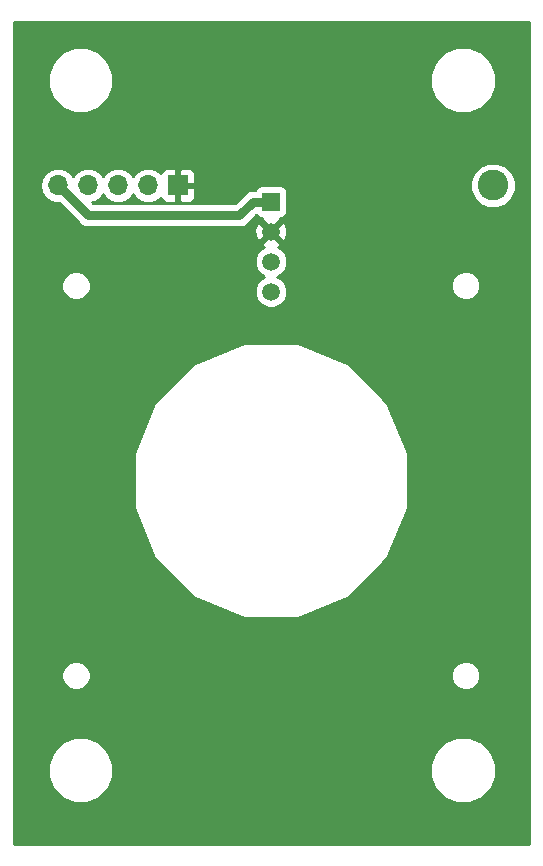
<source format=gbr>
G04 #@! TF.GenerationSoftware,KiCad,Pcbnew,(5.0.2)-1*
G04 #@! TF.CreationDate,2019-05-20T19:12:17+02:00*
G04 #@! TF.ProjectId,Carte capteurs 2,43617274-6520-4636-9170-746575727320,rev?*
G04 #@! TF.SameCoordinates,Original*
G04 #@! TF.FileFunction,Copper,L2,Bot*
G04 #@! TF.FilePolarity,Positive*
%FSLAX46Y46*%
G04 Gerber Fmt 4.6, Leading zero omitted, Abs format (unit mm)*
G04 Created by KiCad (PCBNEW (5.0.2)-1) date 20/05/2019 19:12:17*
%MOMM*%
%LPD*%
G01*
G04 APERTURE LIST*
G04 #@! TA.AperFunction,ComponentPad*
%ADD10C,2.600000*%
G04 #@! TD*
G04 #@! TA.AperFunction,ComponentPad*
%ADD11R,1.700000X1.700000*%
G04 #@! TD*
G04 #@! TA.AperFunction,ComponentPad*
%ADD12O,1.700000X1.700000*%
G04 #@! TD*
G04 #@! TA.AperFunction,ComponentPad*
%ADD13C,1.500000*%
G04 #@! TD*
G04 #@! TA.AperFunction,ComponentPad*
%ADD14R,1.500000X1.500000*%
G04 #@! TD*
G04 #@! TA.AperFunction,Conductor*
%ADD15C,0.750000*%
G04 #@! TD*
G04 #@! TA.AperFunction,Conductor*
%ADD16C,0.254000*%
G04 #@! TD*
G04 APERTURE END LIST*
D10*
G04 #@! TO.P,J0,1*
G04 #@! TO.N,Net-(J0-Pad1)*
X72390000Y-39370000D03*
G04 #@! TD*
D11*
G04 #@! TO.P,J1,1*
G04 #@! TO.N,GND*
X45720000Y-39370000D03*
D12*
G04 #@! TO.P,J1,2*
G04 #@! TO.N,VCurrentRef*
X43180000Y-39370000D03*
G04 #@! TO.P,J1,3*
G04 #@! TO.N,VCurrentProbe*
X40640000Y-39370000D03*
G04 #@! TO.P,J1,4*
G04 #@! TO.N,VProbeOut*
X38100000Y-39370000D03*
G04 #@! TO.P,J1,5*
G04 #@! TO.N,+5V*
X35560000Y-39370000D03*
G04 #@! TD*
D13*
G04 #@! TO.P,U1,4*
G04 #@! TO.N,VCurrentRef*
X53595001Y-48365001D03*
G04 #@! TO.P,U1,3*
G04 #@! TO.N,Net-(C3-Pad1)*
X53595001Y-45825001D03*
G04 #@! TO.P,U1,2*
G04 #@! TO.N,GND*
X53595001Y-43285001D03*
D14*
G04 #@! TO.P,U1,1*
G04 #@! TO.N,+5V*
X53595001Y-40745001D03*
G04 #@! TD*
D15*
G04 #@! TO.N,+5V*
X52095001Y-40745001D02*
X53595001Y-40745001D01*
X50930002Y-41910000D02*
X52095001Y-40745001D01*
X38100000Y-41910000D02*
X50930002Y-41910000D01*
X35560000Y-39370000D02*
X38100000Y-41910000D01*
G04 #@! TD*
D16*
G04 #@! TO.N,GND*
G36*
X75438000Y-95123000D02*
X31877000Y-95123000D01*
X31877000Y-88346029D01*
X34680000Y-88346029D01*
X34680000Y-89453971D01*
X35103991Y-90477576D01*
X35887424Y-91261009D01*
X36911029Y-91685000D01*
X38018971Y-91685000D01*
X39042576Y-91261009D01*
X39826009Y-90477576D01*
X40250000Y-89453971D01*
X40250000Y-88346029D01*
X67065000Y-88346029D01*
X67065000Y-89453971D01*
X67488991Y-90477576D01*
X68272424Y-91261009D01*
X69296029Y-91685000D01*
X70403971Y-91685000D01*
X71427576Y-91261009D01*
X72211009Y-90477576D01*
X72635000Y-89453971D01*
X72635000Y-88346029D01*
X72211009Y-87322424D01*
X71427576Y-86538991D01*
X70403971Y-86115000D01*
X69296029Y-86115000D01*
X68272424Y-86538991D01*
X67488991Y-87322424D01*
X67065000Y-88346029D01*
X40250000Y-88346029D01*
X39826009Y-87322424D01*
X39042576Y-86538991D01*
X38018971Y-86115000D01*
X36911029Y-86115000D01*
X35887424Y-86538991D01*
X35103991Y-87322424D01*
X34680000Y-88346029D01*
X31877000Y-88346029D01*
X31877000Y-80619344D01*
X35860001Y-80619344D01*
X35860001Y-81110658D01*
X36048019Y-81564572D01*
X36395430Y-81911983D01*
X36849344Y-82100001D01*
X37340658Y-82100001D01*
X37794572Y-81911983D01*
X38141983Y-81564572D01*
X38330001Y-81110658D01*
X38330001Y-80619344D01*
X68860001Y-80619344D01*
X68860001Y-81110658D01*
X69048019Y-81564572D01*
X69395430Y-81911983D01*
X69849344Y-82100001D01*
X70340658Y-82100001D01*
X70794572Y-81911983D01*
X71141983Y-81564572D01*
X71330001Y-81110658D01*
X71330001Y-80619344D01*
X71141983Y-80165430D01*
X70794572Y-79818019D01*
X70340658Y-79630001D01*
X69849344Y-79630001D01*
X69395430Y-79818019D01*
X69048019Y-80165430D01*
X68860001Y-80619344D01*
X38330001Y-80619344D01*
X38141983Y-80165430D01*
X37794572Y-79818019D01*
X37340658Y-79630001D01*
X36849344Y-79630001D01*
X36395430Y-79818019D01*
X36048019Y-80165430D01*
X35860001Y-80619344D01*
X31877000Y-80619344D01*
X31877000Y-62050656D01*
X41960001Y-62050656D01*
X41960001Y-66679346D01*
X43731324Y-70955699D01*
X47004303Y-74228678D01*
X51280656Y-76000001D01*
X55909346Y-76000001D01*
X60185699Y-74228678D01*
X63458678Y-70955699D01*
X65230001Y-66679346D01*
X65230001Y-62050656D01*
X63458678Y-57774303D01*
X60185699Y-54501324D01*
X55909346Y-52730001D01*
X51280656Y-52730001D01*
X47004303Y-54501324D01*
X43731324Y-57774303D01*
X41960001Y-62050656D01*
X31877000Y-62050656D01*
X31877000Y-47619344D01*
X35860001Y-47619344D01*
X35860001Y-48110658D01*
X36048019Y-48564572D01*
X36395430Y-48911983D01*
X36849344Y-49100001D01*
X37340658Y-49100001D01*
X37794572Y-48911983D01*
X38141983Y-48564572D01*
X38330001Y-48110658D01*
X38330001Y-47619344D01*
X38141983Y-47165430D01*
X37794572Y-46818019D01*
X37340658Y-46630001D01*
X36849344Y-46630001D01*
X36395430Y-46818019D01*
X36048019Y-47165430D01*
X35860001Y-47619344D01*
X31877000Y-47619344D01*
X31877000Y-45549507D01*
X52210001Y-45549507D01*
X52210001Y-46100495D01*
X52420854Y-46609541D01*
X52810461Y-46999148D01*
X53041871Y-47095001D01*
X52810461Y-47190854D01*
X52420854Y-47580461D01*
X52210001Y-48089507D01*
X52210001Y-48640495D01*
X52420854Y-49149541D01*
X52810461Y-49539148D01*
X53319507Y-49750001D01*
X53870495Y-49750001D01*
X54379541Y-49539148D01*
X54769148Y-49149541D01*
X54980001Y-48640495D01*
X54980001Y-48089507D01*
X54785254Y-47619344D01*
X68860001Y-47619344D01*
X68860001Y-48110658D01*
X69048019Y-48564572D01*
X69395430Y-48911983D01*
X69849344Y-49100001D01*
X70340658Y-49100001D01*
X70794572Y-48911983D01*
X71141983Y-48564572D01*
X71330001Y-48110658D01*
X71330001Y-47619344D01*
X71141983Y-47165430D01*
X70794572Y-46818019D01*
X70340658Y-46630001D01*
X69849344Y-46630001D01*
X69395430Y-46818019D01*
X69048019Y-47165430D01*
X68860001Y-47619344D01*
X54785254Y-47619344D01*
X54769148Y-47580461D01*
X54379541Y-47190854D01*
X54148131Y-47095001D01*
X54379541Y-46999148D01*
X54769148Y-46609541D01*
X54980001Y-46100495D01*
X54980001Y-45549507D01*
X54769148Y-45040461D01*
X54379541Y-44650854D01*
X54164071Y-44561604D01*
X54318924Y-44497461D01*
X54386913Y-44256518D01*
X53595001Y-43464606D01*
X52803089Y-44256518D01*
X52871078Y-44497461D01*
X53037659Y-44556746D01*
X52810461Y-44650854D01*
X52420854Y-45040461D01*
X52210001Y-45549507D01*
X31877000Y-45549507D01*
X31877000Y-43080172D01*
X52197800Y-43080172D01*
X52225771Y-43630449D01*
X52382541Y-44008924D01*
X52623484Y-44076913D01*
X53415396Y-43285001D01*
X53774606Y-43285001D01*
X54566518Y-44076913D01*
X54807461Y-44008924D01*
X54992202Y-43489830D01*
X54964231Y-42939553D01*
X54807461Y-42561078D01*
X54566518Y-42493089D01*
X53774606Y-43285001D01*
X53415396Y-43285001D01*
X52623484Y-42493089D01*
X52382541Y-42561078D01*
X52197800Y-43080172D01*
X31877000Y-43080172D01*
X31877000Y-39370000D01*
X34045908Y-39370000D01*
X34161161Y-39949418D01*
X34489375Y-40440625D01*
X34980582Y-40768839D01*
X35413744Y-40855000D01*
X35616645Y-40855000D01*
X37315484Y-42553840D01*
X37371831Y-42638169D01*
X37456160Y-42694516D01*
X37456161Y-42694517D01*
X37599113Y-42790034D01*
X37705918Y-42861399D01*
X38000524Y-42920000D01*
X38000528Y-42920000D01*
X38099999Y-42939786D01*
X38199470Y-42920000D01*
X50830531Y-42920000D01*
X50930002Y-42939786D01*
X51029473Y-42920000D01*
X51029478Y-42920000D01*
X51324084Y-42861399D01*
X51658171Y-42638169D01*
X51714520Y-42553837D01*
X52358495Y-41909862D01*
X52387192Y-41952810D01*
X52597236Y-42093158D01*
X52845001Y-42142441D01*
X52851354Y-42142441D01*
X52803089Y-42313484D01*
X53595001Y-43105396D01*
X54386913Y-42313484D01*
X54338648Y-42142441D01*
X54345001Y-42142441D01*
X54592766Y-42093158D01*
X54802810Y-41952810D01*
X54943158Y-41742766D01*
X54992441Y-41495001D01*
X54992441Y-39995001D01*
X54943158Y-39747236D01*
X54802810Y-39537192D01*
X54592766Y-39396844D01*
X54345001Y-39347561D01*
X52845001Y-39347561D01*
X52597236Y-39396844D01*
X52387192Y-39537192D01*
X52255019Y-39735001D01*
X52194471Y-39735001D01*
X52095000Y-39715215D01*
X51995529Y-39735001D01*
X51995525Y-39735001D01*
X51700919Y-39793602D01*
X51366832Y-40016832D01*
X51310483Y-40101164D01*
X50511647Y-40900000D01*
X38518356Y-40900000D01*
X38435678Y-40817322D01*
X38679418Y-40768839D01*
X39170625Y-40440625D01*
X39370000Y-40142239D01*
X39569375Y-40440625D01*
X40060582Y-40768839D01*
X40493744Y-40855000D01*
X40786256Y-40855000D01*
X41219418Y-40768839D01*
X41710625Y-40440625D01*
X41910000Y-40142239D01*
X42109375Y-40440625D01*
X42600582Y-40768839D01*
X43033744Y-40855000D01*
X43326256Y-40855000D01*
X43759418Y-40768839D01*
X44250625Y-40440625D01*
X44265096Y-40418967D01*
X44331673Y-40579698D01*
X44510301Y-40758327D01*
X44743690Y-40855000D01*
X45434250Y-40855000D01*
X45593000Y-40696250D01*
X45593000Y-39497000D01*
X45847000Y-39497000D01*
X45847000Y-40696250D01*
X46005750Y-40855000D01*
X46696310Y-40855000D01*
X46929699Y-40758327D01*
X47108327Y-40579698D01*
X47205000Y-40346309D01*
X47205000Y-39655750D01*
X47046250Y-39497000D01*
X45847000Y-39497000D01*
X45593000Y-39497000D01*
X45573000Y-39497000D01*
X45573000Y-39243000D01*
X45593000Y-39243000D01*
X45593000Y-38043750D01*
X45847000Y-38043750D01*
X45847000Y-39243000D01*
X47046250Y-39243000D01*
X47205000Y-39084250D01*
X47205000Y-38985105D01*
X70455000Y-38985105D01*
X70455000Y-39754895D01*
X70749586Y-40466090D01*
X71293910Y-41010414D01*
X72005105Y-41305000D01*
X72774895Y-41305000D01*
X73486090Y-41010414D01*
X74030414Y-40466090D01*
X74325000Y-39754895D01*
X74325000Y-38985105D01*
X74030414Y-38273910D01*
X73486090Y-37729586D01*
X72774895Y-37435000D01*
X72005105Y-37435000D01*
X71293910Y-37729586D01*
X70749586Y-38273910D01*
X70455000Y-38985105D01*
X47205000Y-38985105D01*
X47205000Y-38393691D01*
X47108327Y-38160302D01*
X46929699Y-37981673D01*
X46696310Y-37885000D01*
X46005750Y-37885000D01*
X45847000Y-38043750D01*
X45593000Y-38043750D01*
X45434250Y-37885000D01*
X44743690Y-37885000D01*
X44510301Y-37981673D01*
X44331673Y-38160302D01*
X44265096Y-38321033D01*
X44250625Y-38299375D01*
X43759418Y-37971161D01*
X43326256Y-37885000D01*
X43033744Y-37885000D01*
X42600582Y-37971161D01*
X42109375Y-38299375D01*
X41910000Y-38597761D01*
X41710625Y-38299375D01*
X41219418Y-37971161D01*
X40786256Y-37885000D01*
X40493744Y-37885000D01*
X40060582Y-37971161D01*
X39569375Y-38299375D01*
X39370000Y-38597761D01*
X39170625Y-38299375D01*
X38679418Y-37971161D01*
X38246256Y-37885000D01*
X37953744Y-37885000D01*
X37520582Y-37971161D01*
X37029375Y-38299375D01*
X36830000Y-38597761D01*
X36630625Y-38299375D01*
X36139418Y-37971161D01*
X35706256Y-37885000D01*
X35413744Y-37885000D01*
X34980582Y-37971161D01*
X34489375Y-38299375D01*
X34161161Y-38790582D01*
X34045908Y-39370000D01*
X31877000Y-39370000D01*
X31877000Y-29926029D01*
X34680000Y-29926029D01*
X34680000Y-31033971D01*
X35103991Y-32057576D01*
X35887424Y-32841009D01*
X36911029Y-33265000D01*
X38018971Y-33265000D01*
X39042576Y-32841009D01*
X39826009Y-32057576D01*
X40250000Y-31033971D01*
X40250000Y-29926029D01*
X67065000Y-29926029D01*
X67065000Y-31033971D01*
X67488991Y-32057576D01*
X68272424Y-32841009D01*
X69296029Y-33265000D01*
X70403971Y-33265000D01*
X71427576Y-32841009D01*
X72211009Y-32057576D01*
X72635000Y-31033971D01*
X72635000Y-29926029D01*
X72211009Y-28902424D01*
X71427576Y-28118991D01*
X70403971Y-27695000D01*
X69296029Y-27695000D01*
X68272424Y-28118991D01*
X67488991Y-28902424D01*
X67065000Y-29926029D01*
X40250000Y-29926029D01*
X39826009Y-28902424D01*
X39042576Y-28118991D01*
X38018971Y-27695000D01*
X36911029Y-27695000D01*
X35887424Y-28118991D01*
X35103991Y-28902424D01*
X34680000Y-29926029D01*
X31877000Y-29926029D01*
X31877000Y-25527000D01*
X75438000Y-25527000D01*
X75438000Y-95123000D01*
X75438000Y-95123000D01*
G37*
X75438000Y-95123000D02*
X31877000Y-95123000D01*
X31877000Y-88346029D01*
X34680000Y-88346029D01*
X34680000Y-89453971D01*
X35103991Y-90477576D01*
X35887424Y-91261009D01*
X36911029Y-91685000D01*
X38018971Y-91685000D01*
X39042576Y-91261009D01*
X39826009Y-90477576D01*
X40250000Y-89453971D01*
X40250000Y-88346029D01*
X67065000Y-88346029D01*
X67065000Y-89453971D01*
X67488991Y-90477576D01*
X68272424Y-91261009D01*
X69296029Y-91685000D01*
X70403971Y-91685000D01*
X71427576Y-91261009D01*
X72211009Y-90477576D01*
X72635000Y-89453971D01*
X72635000Y-88346029D01*
X72211009Y-87322424D01*
X71427576Y-86538991D01*
X70403971Y-86115000D01*
X69296029Y-86115000D01*
X68272424Y-86538991D01*
X67488991Y-87322424D01*
X67065000Y-88346029D01*
X40250000Y-88346029D01*
X39826009Y-87322424D01*
X39042576Y-86538991D01*
X38018971Y-86115000D01*
X36911029Y-86115000D01*
X35887424Y-86538991D01*
X35103991Y-87322424D01*
X34680000Y-88346029D01*
X31877000Y-88346029D01*
X31877000Y-80619344D01*
X35860001Y-80619344D01*
X35860001Y-81110658D01*
X36048019Y-81564572D01*
X36395430Y-81911983D01*
X36849344Y-82100001D01*
X37340658Y-82100001D01*
X37794572Y-81911983D01*
X38141983Y-81564572D01*
X38330001Y-81110658D01*
X38330001Y-80619344D01*
X68860001Y-80619344D01*
X68860001Y-81110658D01*
X69048019Y-81564572D01*
X69395430Y-81911983D01*
X69849344Y-82100001D01*
X70340658Y-82100001D01*
X70794572Y-81911983D01*
X71141983Y-81564572D01*
X71330001Y-81110658D01*
X71330001Y-80619344D01*
X71141983Y-80165430D01*
X70794572Y-79818019D01*
X70340658Y-79630001D01*
X69849344Y-79630001D01*
X69395430Y-79818019D01*
X69048019Y-80165430D01*
X68860001Y-80619344D01*
X38330001Y-80619344D01*
X38141983Y-80165430D01*
X37794572Y-79818019D01*
X37340658Y-79630001D01*
X36849344Y-79630001D01*
X36395430Y-79818019D01*
X36048019Y-80165430D01*
X35860001Y-80619344D01*
X31877000Y-80619344D01*
X31877000Y-62050656D01*
X41960001Y-62050656D01*
X41960001Y-66679346D01*
X43731324Y-70955699D01*
X47004303Y-74228678D01*
X51280656Y-76000001D01*
X55909346Y-76000001D01*
X60185699Y-74228678D01*
X63458678Y-70955699D01*
X65230001Y-66679346D01*
X65230001Y-62050656D01*
X63458678Y-57774303D01*
X60185699Y-54501324D01*
X55909346Y-52730001D01*
X51280656Y-52730001D01*
X47004303Y-54501324D01*
X43731324Y-57774303D01*
X41960001Y-62050656D01*
X31877000Y-62050656D01*
X31877000Y-47619344D01*
X35860001Y-47619344D01*
X35860001Y-48110658D01*
X36048019Y-48564572D01*
X36395430Y-48911983D01*
X36849344Y-49100001D01*
X37340658Y-49100001D01*
X37794572Y-48911983D01*
X38141983Y-48564572D01*
X38330001Y-48110658D01*
X38330001Y-47619344D01*
X38141983Y-47165430D01*
X37794572Y-46818019D01*
X37340658Y-46630001D01*
X36849344Y-46630001D01*
X36395430Y-46818019D01*
X36048019Y-47165430D01*
X35860001Y-47619344D01*
X31877000Y-47619344D01*
X31877000Y-45549507D01*
X52210001Y-45549507D01*
X52210001Y-46100495D01*
X52420854Y-46609541D01*
X52810461Y-46999148D01*
X53041871Y-47095001D01*
X52810461Y-47190854D01*
X52420854Y-47580461D01*
X52210001Y-48089507D01*
X52210001Y-48640495D01*
X52420854Y-49149541D01*
X52810461Y-49539148D01*
X53319507Y-49750001D01*
X53870495Y-49750001D01*
X54379541Y-49539148D01*
X54769148Y-49149541D01*
X54980001Y-48640495D01*
X54980001Y-48089507D01*
X54785254Y-47619344D01*
X68860001Y-47619344D01*
X68860001Y-48110658D01*
X69048019Y-48564572D01*
X69395430Y-48911983D01*
X69849344Y-49100001D01*
X70340658Y-49100001D01*
X70794572Y-48911983D01*
X71141983Y-48564572D01*
X71330001Y-48110658D01*
X71330001Y-47619344D01*
X71141983Y-47165430D01*
X70794572Y-46818019D01*
X70340658Y-46630001D01*
X69849344Y-46630001D01*
X69395430Y-46818019D01*
X69048019Y-47165430D01*
X68860001Y-47619344D01*
X54785254Y-47619344D01*
X54769148Y-47580461D01*
X54379541Y-47190854D01*
X54148131Y-47095001D01*
X54379541Y-46999148D01*
X54769148Y-46609541D01*
X54980001Y-46100495D01*
X54980001Y-45549507D01*
X54769148Y-45040461D01*
X54379541Y-44650854D01*
X54164071Y-44561604D01*
X54318924Y-44497461D01*
X54386913Y-44256518D01*
X53595001Y-43464606D01*
X52803089Y-44256518D01*
X52871078Y-44497461D01*
X53037659Y-44556746D01*
X52810461Y-44650854D01*
X52420854Y-45040461D01*
X52210001Y-45549507D01*
X31877000Y-45549507D01*
X31877000Y-43080172D01*
X52197800Y-43080172D01*
X52225771Y-43630449D01*
X52382541Y-44008924D01*
X52623484Y-44076913D01*
X53415396Y-43285001D01*
X53774606Y-43285001D01*
X54566518Y-44076913D01*
X54807461Y-44008924D01*
X54992202Y-43489830D01*
X54964231Y-42939553D01*
X54807461Y-42561078D01*
X54566518Y-42493089D01*
X53774606Y-43285001D01*
X53415396Y-43285001D01*
X52623484Y-42493089D01*
X52382541Y-42561078D01*
X52197800Y-43080172D01*
X31877000Y-43080172D01*
X31877000Y-39370000D01*
X34045908Y-39370000D01*
X34161161Y-39949418D01*
X34489375Y-40440625D01*
X34980582Y-40768839D01*
X35413744Y-40855000D01*
X35616645Y-40855000D01*
X37315484Y-42553840D01*
X37371831Y-42638169D01*
X37456160Y-42694516D01*
X37456161Y-42694517D01*
X37599113Y-42790034D01*
X37705918Y-42861399D01*
X38000524Y-42920000D01*
X38000528Y-42920000D01*
X38099999Y-42939786D01*
X38199470Y-42920000D01*
X50830531Y-42920000D01*
X50930002Y-42939786D01*
X51029473Y-42920000D01*
X51029478Y-42920000D01*
X51324084Y-42861399D01*
X51658171Y-42638169D01*
X51714520Y-42553837D01*
X52358495Y-41909862D01*
X52387192Y-41952810D01*
X52597236Y-42093158D01*
X52845001Y-42142441D01*
X52851354Y-42142441D01*
X52803089Y-42313484D01*
X53595001Y-43105396D01*
X54386913Y-42313484D01*
X54338648Y-42142441D01*
X54345001Y-42142441D01*
X54592766Y-42093158D01*
X54802810Y-41952810D01*
X54943158Y-41742766D01*
X54992441Y-41495001D01*
X54992441Y-39995001D01*
X54943158Y-39747236D01*
X54802810Y-39537192D01*
X54592766Y-39396844D01*
X54345001Y-39347561D01*
X52845001Y-39347561D01*
X52597236Y-39396844D01*
X52387192Y-39537192D01*
X52255019Y-39735001D01*
X52194471Y-39735001D01*
X52095000Y-39715215D01*
X51995529Y-39735001D01*
X51995525Y-39735001D01*
X51700919Y-39793602D01*
X51366832Y-40016832D01*
X51310483Y-40101164D01*
X50511647Y-40900000D01*
X38518356Y-40900000D01*
X38435678Y-40817322D01*
X38679418Y-40768839D01*
X39170625Y-40440625D01*
X39370000Y-40142239D01*
X39569375Y-40440625D01*
X40060582Y-40768839D01*
X40493744Y-40855000D01*
X40786256Y-40855000D01*
X41219418Y-40768839D01*
X41710625Y-40440625D01*
X41910000Y-40142239D01*
X42109375Y-40440625D01*
X42600582Y-40768839D01*
X43033744Y-40855000D01*
X43326256Y-40855000D01*
X43759418Y-40768839D01*
X44250625Y-40440625D01*
X44265096Y-40418967D01*
X44331673Y-40579698D01*
X44510301Y-40758327D01*
X44743690Y-40855000D01*
X45434250Y-40855000D01*
X45593000Y-40696250D01*
X45593000Y-39497000D01*
X45847000Y-39497000D01*
X45847000Y-40696250D01*
X46005750Y-40855000D01*
X46696310Y-40855000D01*
X46929699Y-40758327D01*
X47108327Y-40579698D01*
X47205000Y-40346309D01*
X47205000Y-39655750D01*
X47046250Y-39497000D01*
X45847000Y-39497000D01*
X45593000Y-39497000D01*
X45573000Y-39497000D01*
X45573000Y-39243000D01*
X45593000Y-39243000D01*
X45593000Y-38043750D01*
X45847000Y-38043750D01*
X45847000Y-39243000D01*
X47046250Y-39243000D01*
X47205000Y-39084250D01*
X47205000Y-38985105D01*
X70455000Y-38985105D01*
X70455000Y-39754895D01*
X70749586Y-40466090D01*
X71293910Y-41010414D01*
X72005105Y-41305000D01*
X72774895Y-41305000D01*
X73486090Y-41010414D01*
X74030414Y-40466090D01*
X74325000Y-39754895D01*
X74325000Y-38985105D01*
X74030414Y-38273910D01*
X73486090Y-37729586D01*
X72774895Y-37435000D01*
X72005105Y-37435000D01*
X71293910Y-37729586D01*
X70749586Y-38273910D01*
X70455000Y-38985105D01*
X47205000Y-38985105D01*
X47205000Y-38393691D01*
X47108327Y-38160302D01*
X46929699Y-37981673D01*
X46696310Y-37885000D01*
X46005750Y-37885000D01*
X45847000Y-38043750D01*
X45593000Y-38043750D01*
X45434250Y-37885000D01*
X44743690Y-37885000D01*
X44510301Y-37981673D01*
X44331673Y-38160302D01*
X44265096Y-38321033D01*
X44250625Y-38299375D01*
X43759418Y-37971161D01*
X43326256Y-37885000D01*
X43033744Y-37885000D01*
X42600582Y-37971161D01*
X42109375Y-38299375D01*
X41910000Y-38597761D01*
X41710625Y-38299375D01*
X41219418Y-37971161D01*
X40786256Y-37885000D01*
X40493744Y-37885000D01*
X40060582Y-37971161D01*
X39569375Y-38299375D01*
X39370000Y-38597761D01*
X39170625Y-38299375D01*
X38679418Y-37971161D01*
X38246256Y-37885000D01*
X37953744Y-37885000D01*
X37520582Y-37971161D01*
X37029375Y-38299375D01*
X36830000Y-38597761D01*
X36630625Y-38299375D01*
X36139418Y-37971161D01*
X35706256Y-37885000D01*
X35413744Y-37885000D01*
X34980582Y-37971161D01*
X34489375Y-38299375D01*
X34161161Y-38790582D01*
X34045908Y-39370000D01*
X31877000Y-39370000D01*
X31877000Y-29926029D01*
X34680000Y-29926029D01*
X34680000Y-31033971D01*
X35103991Y-32057576D01*
X35887424Y-32841009D01*
X36911029Y-33265000D01*
X38018971Y-33265000D01*
X39042576Y-32841009D01*
X39826009Y-32057576D01*
X40250000Y-31033971D01*
X40250000Y-29926029D01*
X67065000Y-29926029D01*
X67065000Y-31033971D01*
X67488991Y-32057576D01*
X68272424Y-32841009D01*
X69296029Y-33265000D01*
X70403971Y-33265000D01*
X71427576Y-32841009D01*
X72211009Y-32057576D01*
X72635000Y-31033971D01*
X72635000Y-29926029D01*
X72211009Y-28902424D01*
X71427576Y-28118991D01*
X70403971Y-27695000D01*
X69296029Y-27695000D01*
X68272424Y-28118991D01*
X67488991Y-28902424D01*
X67065000Y-29926029D01*
X40250000Y-29926029D01*
X39826009Y-28902424D01*
X39042576Y-28118991D01*
X38018971Y-27695000D01*
X36911029Y-27695000D01*
X35887424Y-28118991D01*
X35103991Y-28902424D01*
X34680000Y-29926029D01*
X31877000Y-29926029D01*
X31877000Y-25527000D01*
X75438000Y-25527000D01*
X75438000Y-95123000D01*
G04 #@! TD*
M02*

</source>
